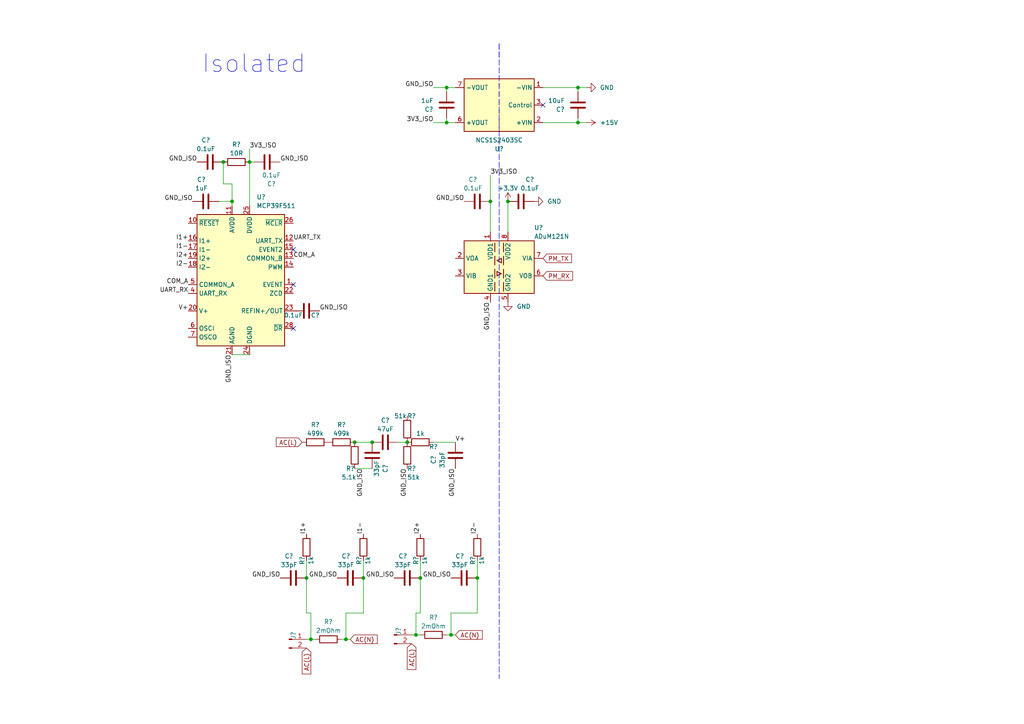
<source format=kicad_sch>
(kicad_sch (version 20211123) (generator eeschema)
  (paper "A4")
  (lib_symbols
    (symbol "C_1" (pin_numbers hide) (pin_names (offset 0.254))
      (property "Reference" "C?" (at 6.35 1.27 90))
      (property "Value" "C_1" (at 3.81 1.27 90))
      (symbol "C_1_0_1"
        (polyline (pts (xy -2.032 -0.762) (xy 2.032 -0.762)) (stroke (width 0.508)))
        (polyline (pts (xy -2.032 0.762) (xy 2.032 0.762)) (stroke (width 0.508)))
      )
      (symbol "C_1_1_1"
        (pin passive line (at 0 3.81 270) (length 2.794) (name "~") (number "1"))
        (pin passive line (at 0 -3.81 90) (length 2.794) (name "~") (number "2"))
      )
    )
    (symbol "Connector:Conn_01x02_Male" (pin_names (offset 1.016) hide)
      (property "Reference" "J?" (at 1.27 -0.6349 90))
      (symbol "Conn_01x02_Male_1_1"
        (polyline (pts (xy 1.27 -2.54) (xy 0.8636 -2.54)) (stroke (width 0.1524)))
        (polyline (pts (xy 1.27 0) (xy 0.8636 0)) (stroke (width 0.1524)))
        (rectangle (start 0.8636 -2.413) (end 0 -2.667) (stroke (width 0.1524)) (fill (type outline)))
        (rectangle (start 0.8636 0.127) (end 0 -0.127) (stroke (width 0.1524)) (fill (type outline)))
        (pin passive line (at 5.08 0 180) (length 3.81) (name "Pin_1") (number "1"))
        (pin passive line (at 5.08 -2.54 180) (length 3.81) (name "Pin_2") (number "2"))
      )
    )
    (symbol "Converter_DCDC:NCS1S2403SC"
      (property "Reference" "U" (at -8.89 8.89 0))
      (property "Value" "NCS1S2403SC" (at 8.89 8.89 0))
      (symbol "NCS1S2403SC_0_1"
        (rectangle (start -10.16 7.62) (end 10.16 -7.62) (stroke (width 0.254)) (fill (type background)))
        (polyline (pts (xy 0 -5.08) (xy 0 -6.35)))
        (polyline (pts (xy 0 -2.54) (xy 0 -3.81)))
        (polyline (pts (xy 0 0) (xy 0 -1.27)))
        (polyline (pts (xy 0 2.54) (xy 0 1.27)))
        (polyline (pts (xy 0 5.08) (xy 0 3.81)))
        (polyline (pts (xy 0 7.62) (xy 0 6.35)))
      )
      (symbol "NCS1S2403SC_1_1"
        (pin power_in line (at -12.7 -5.08 0) (length 2.54) (name "-VIN") (number "1"))
        (pin power_in line (at -12.7 5.08 0) (length 2.54) (name "+VIN") (number "2"))
        (pin input line (at -12.7 0 0) (length 2.54) (name "Control") (number "3"))
        (pin power_out line (at 12.7 5.08 180) (length 2.54) (name "+VOUT") (number "6"))
        (pin power_out line (at 12.7 -5.08 180) (length 2.54) (name "-VOUT") (number "7"))
      )
    )
    (symbol "Device:C" (pin_numbers hide) (pin_names (offset 0.254))
      (property "Reference" "C" (at 0.635 2.54 0))
      (property "Value" "C" (at 0.635 -2.54 0))
      (symbol "C_0_1"
        (polyline (pts (xy -2.032 -0.762) (xy 2.032 -0.762)) (stroke (width 0.508)))
        (polyline (pts (xy -2.032 0.762) (xy 2.032 0.762)) (stroke (width 0.508)))
      )
      (symbol "C_1_1"
        (pin passive line (at 0 3.81 270) (length 2.794) (name "~") (number "1"))
        (pin passive line (at 0 -3.81 90) (length 2.794) (name "~") (number "2"))
      )
    )
    (symbol "Device:R" (pin_numbers hide) (pin_names (offset 0))
      (property "Reference" "R" (at 2.032 0 90))
      (property "Value" "R" (at 0 0 90))
      (symbol "R_0_1"
        (rectangle (start -1.016 -2.54) (end 1.016 2.54) (stroke (width 0.254)))
      )
      (symbol "R_1_1"
        (pin passive line (at 0 3.81 270) (length 1.27) (name "~") (number "1"))
        (pin passive line (at 0 -3.81 90) (length 1.27) (name "~") (number "2"))
      )
    )
    (symbol "Isolator:ADuM121N"
      (property "Reference" "U" (at -10.16 8.89 0))
      (property "Value" "ADuM121N" (at 3.81 8.89 0))
      (symbol "ADuM121N_0_1"
        (rectangle (start -10.16 7.62) (end 10.16 -7.62) (stroke (width 0.254)) (fill (type background)))
        (polyline (pts (xy -1.27 -4.445) (xy -1.27 -6.985)) (stroke (width 0.254)))
        (polyline (pts (xy -1.27 -0.635) (xy -1.27 -3.175)) (stroke (width 0.254)))
        (polyline (pts (xy -1.27 3.175) (xy -1.27 0.635)) (stroke (width 0.254)))
        (polyline (pts (xy -1.27 6.985) (xy -1.27 4.445)) (stroke (width 0.254)))
        (polyline (pts (xy 1.27 -4.445) (xy 1.27 -6.985)) (stroke (width 0.254)))
        (polyline (pts (xy 1.27 -0.635) (xy 1.27 -3.175)) (stroke (width 0.254)))
        (polyline (pts (xy 1.27 3.175) (xy 1.27 0.635)) (stroke (width 0.254)))
        (polyline (pts (xy 1.27 6.985) (xy 1.27 4.445)) (stroke (width 0.254)))
        (polyline (pts (xy -0.635 -1.27) (xy -0.635 -2.54) (xy 0.635 -1.905) (xy -0.635 -1.27)) (stroke (width 0.254)))
        (polyline (pts (xy 0.635 1.27) (xy -0.635 1.905) (xy 0.635 2.54) (xy 0.635 1.27)) (stroke (width 0.254)))
      )
      (symbol "ADuM121N_1_1"
        (pin power_in line (at -2.54 10.16 270) (length 2.54) (name "VDD1") (number "1"))
        (pin output line (at -12.7 2.54 0) (length 2.54) (name "VOA") (number "2"))
        (pin input line (at -12.7 -2.54 0) (length 2.54) (name "VIB") (number "3"))
        (pin power_in line (at -2.54 -10.16 90) (length 2.54) (name "GND1") (number "4"))
        (pin power_in line (at 2.54 -10.16 90) (length 2.54) (name "GND2") (number "5"))
        (pin output line (at 12.7 -2.54 180) (length 2.54) (name "VOB") (number "6"))
        (pin input line (at 12.7 2.54 180) (length 2.54) (name "VIA") (number "7"))
        (pin power_in line (at 2.54 10.16 270) (length 2.54) (name "VDD2") (number "8"))
      )
    )
    (symbol "Power_Supervisor:MCP39F511"
      (property "Reference" "U" (at -11.43 19.05 0))
      (property "Value" "MCP39F511" (at 8.89 19.05 0))
      (symbol "MCP39F511_0_1"
        (rectangle (start -12.7 17.78) (end 12.7 -20.32) (stroke (width 0.254)) (fill (type background)))
      )
      (symbol "MCP39F511_1_1"
        (pin output line (at 15.24 -2.54 180) (length 2.54) (name "EVENT") (number "1"))
        (pin input line (at -15.24 15.24 0) (length 2.54) (name "~{RESET}") (number "10"))
        (pin power_in line (at -2.54 20.32 270) (length 2.54) (name "AVDD") (number "11"))
        (pin output line (at 15.24 10.16 180) (length 2.54) (name "UART_TX") (number "12"))
        (pin input line (at 15.24 5.08 180) (length 2.54) (name "COMMON_B") (number "13"))
        (pin output line (at 15.24 2.54 180) (length 2.54) (name "PWM") (number "14"))
        (pin input line (at 15.24 7.62 180) (length 2.54) (name "EVENT2") (number "15"))
        (pin input line (at -15.24 10.16 0) (length 2.54) (name "I1+") (number "16"))
        (pin input line (at -15.24 7.62 0) (length 2.54) (name "I1-") (number "17"))
        (pin input line (at -15.24 2.54 0) (length 2.54) (name "I2-") (number "18"))
        (pin input line (at -15.24 5.08 0) (length 2.54) (name "I2+") (number "19"))
        (pin no_connect line (at -12.7 12.7 0) (length 2.54) hide (name "NC") (number "2"))
        (pin input line (at -15.24 -10.16 0) (length 2.54) (name "V+") (number "20"))
        (pin power_in line (at -2.54 -22.86 90) (length 2.54) (name "AGND") (number "21"))
        (pin output line (at 15.24 -5.08 180) (length 2.54) (name "ZCD") (number "22"))
        (pin bidirectional line (at 15.24 -10.16 180) (length 2.54) (name "REFIN+/OUT") (number "23"))
        (pin power_in line (at 2.54 -22.86 90) (length 2.54) (name "DGND") (number "24"))
        (pin power_in line (at 2.54 20.32 270) (length 2.54) (name "DVDD") (number "25"))
        (pin input line (at 15.24 15.24 180) (length 2.54) (name "~{MCLR}") (number "26"))
        (pin passive line (at 2.54 -22.86 90) (length 2.54) hide (name "DGND") (number "27"))
        (pin output line (at 15.24 -15.24 180) (length 2.54) (name "~{DR}") (number "28"))
        (pin passive line (at 2.54 -22.86 90) (length 2.54) hide (name "DGND") (number "29"))
        (pin no_connect line (at -12.7 0 0) (length 2.54) hide (name "NC") (number "3"))
        (pin power_in line (at -15.24 -5.08 0) (length 2.54) (name "UART_RX") (number "4"))
        (pin passive line (at -15.24 -2.54 0) (length 2.54) (name "COMMON_A") (number "5"))
        (pin input line (at -15.24 -15.24 0) (length 2.54) (name "OSCI") (number "6"))
        (pin passive line (at -15.24 -17.78 0) (length 2.54) (name "OSCO") (number "7"))
        (pin no_connect line (at 12.7 12.7 180) (length 2.54) hide (name "NC") (number "8"))
        (pin no_connect line (at 12.7 0 180) (length 2.54) hide (name "NC") (number "9"))
      )
    )
    (symbol "R_1" (pin_numbers hide) (pin_names (offset 0))
      (property "Reference" "R?" (at 0 6.35 90))
      (property "Value" "R_1" (at 0 3.81 90))
      (symbol "R_1_0_1"
        (rectangle (start -1.016 -2.54) (end 1.016 2.54) (stroke (width 0.254)))
      )
      (symbol "R_1_1_1"
        (pin passive line (at 0 3.81 270) (length 1.27) (name "~") (number "1"))
        (pin passive line (at 0 -3.81 90) (length 1.27) (name "~") (number "2"))
      )
    )
    (symbol "power:+15V" (power) (pin_names (offset 0))
      (property "Value" "+15V" (at 0 3.556 0))
      (symbol "+15V_0_1"
        (polyline (pts (xy -0.762 1.27) (xy 0 2.54)))
        (polyline (pts (xy 0 0) (xy 0 2.54)))
        (polyline (pts (xy 0 2.54) (xy 0.762 1.27)))
      )
      (symbol "+15V_1_1"
        (pin power_in line (at 0 0 90) (length 0) hide (name "+15V") (number "1"))
      )
    )
    (symbol "power:+3.3V" (power) (pin_names (offset 0))
      (property "Value" "+3.3V" (at 0 3.556 0))
      (symbol "+3.3V_0_1"
        (polyline (pts (xy -0.762 1.27) (xy 0 2.54)))
        (polyline (pts (xy 0 0) (xy 0 2.54)))
        (polyline (pts (xy 0 2.54) (xy 0.762 1.27)))
      )
      (symbol "+3.3V_1_1"
        (pin power_in line (at 0 0 90) (length 0) hide (name "+3.3V") (number "1"))
      )
    )
    (symbol "power:GND" (power) (pin_names (offset 0))
      (property "Value" "GND" (at 0 -3.81 0))
      (symbol "GND_0_1"
        (polyline (pts (xy 0 0) (xy 0 -1.27) (xy 1.27 -1.27) (xy 0 -2.54) (xy -1.27 -1.27) (xy 0 -1.27)))
      )
      (symbol "GND_1_1"
        (pin power_in line (at 0 0 270) (length 0) hide (name "GND") (number "1"))
      )
    )
  )
  (junction (at 130.81 184.15))
  (junction (at 138.43 167.64))
  (junction (at 167.64 35.56))
  (junction (at 129.54 35.56))
  (junction (at 118.11 128.27))
  (junction (at 107.95 128.27))
  (junction (at 90.17 185.42))
  (junction (at 129.54 25.4))
  (junction (at 121.92 167.64))
  (junction (at 142.24 58.42))
  (junction (at 88.9 167.64))
  (junction (at 147.32 58.42))
  (junction (at 64.77 46.99))
  (junction (at 120.65 184.15))
  (junction (at 105.41 167.64))
  (junction (at 167.64 25.4))
  (junction (at 102.87 128.27))
  (junction (at 100.33 185.42))
  (junction (at 72.39 46.99))
  (junction (at 67.31 58.42))
  (no_connect (at 85.09 82.55))
  (no_connect (at 85.09 95.25))
  (no_connect (at 157.48 30.48))
  (no_connect (at 85.09 72.39))
  (wire (pts (xy 64.77 46.99) (xy 64.77 53.34)))
  (wire (pts (xy 130.81 177.8) (xy 130.81 184.15)))
  (wire (pts (xy 120.65 177.8) (xy 120.65 184.15)))
  (wire (pts (xy 167.64 25.4) (xy 157.48 25.4)))
  (wire (pts (xy 129.54 35.56) (xy 129.54 34.29)))
  (wire (pts (xy 132.08 184.15) (xy 130.81 184.15)))
  (wire (pts (xy 100.33 177.8) (xy 100.33 185.42)))
  (wire (pts (xy 147.32 58.42) (xy 147.32 67.31)))
  (wire (pts (xy 142.24 50.8) (xy 142.24 58.42)))
  (wire (pts (xy 64.77 53.34) (xy 67.31 53.34)))
  (wire (pts (xy 63.5 58.42) (xy 67.31 58.42)))
  (wire (pts (xy 101.6 185.42) (xy 100.33 185.42)))
  (polyline (pts (xy 144.78 12.7) (xy 144.78 196.85)))
  (wire (pts (xy 167.64 35.56) (xy 157.48 35.56)))
  (wire (pts (xy 88.9 167.64) (xy 88.9 177.8)))
  (wire (pts (xy 120.65 184.15) (xy 119.38 184.15)))
  (wire (pts (xy 102.87 128.27) (xy 107.95 128.27)))
  (wire (pts (xy 121.92 167.64) (xy 121.92 177.8)))
  (wire (pts (xy 102.87 135.89) (xy 107.95 135.89)))
  (wire (pts (xy 129.54 25.4) (xy 132.08 25.4)))
  (wire (pts (xy 167.64 35.56) (xy 167.64 34.29)))
  (wire (pts (xy 121.92 177.8) (xy 120.65 177.8)))
  (wire (pts (xy 121.92 167.64) (xy 121.92 162.56)))
  (wire (pts (xy 67.31 58.42) (xy 67.31 59.69)))
  (wire (pts (xy 88.9 167.64) (xy 88.9 162.56)))
  (wire (pts (xy 91.44 185.42) (xy 90.17 185.42)))
  (wire (pts (xy 130.81 184.15) (xy 129.54 184.15)))
  (wire (pts (xy 125.73 128.27) (xy 132.08 128.27)))
  (wire (pts (xy 90.17 185.42) (xy 90.17 177.8)))
  (wire (pts (xy 100.33 185.42) (xy 99.06 185.42)))
  (wire (pts (xy 138.43 167.64) (xy 138.43 177.8)))
  (wire (pts (xy 90.17 185.42) (xy 88.9 185.42)))
  (wire (pts (xy 138.43 177.8) (xy 130.81 177.8)))
  (wire (pts (xy 170.18 25.4) (xy 167.64 25.4)))
  (wire (pts (xy 125.73 25.4) (xy 129.54 25.4)))
  (wire (pts (xy 129.54 26.67) (xy 129.54 25.4)))
  (wire (pts (xy 72.39 43.18) (xy 72.39 46.99)))
  (wire (pts (xy 105.41 177.8) (xy 100.33 177.8)))
  (wire (pts (xy 73.66 46.99) (xy 72.39 46.99)))
  (wire (pts (xy 142.24 58.42) (xy 142.24 67.31)))
  (wire (pts (xy 167.64 26.67) (xy 167.64 25.4)))
  (wire (pts (xy 138.43 167.64) (xy 138.43 162.56)))
  (wire (pts (xy 105.41 167.64) (xy 105.41 162.56)))
  (wire (pts (xy 72.39 46.99) (xy 72.39 59.69)))
  (wire (pts (xy 67.31 102.87) (xy 72.39 102.87)))
  (wire (pts (xy 129.54 35.56) (xy 132.08 35.56)))
  (polyline (pts (xy 144.78 12.7) (xy 144.78 16.51)))
  (wire (pts (xy 121.92 184.15) (xy 120.65 184.15)))
  (wire (pts (xy 105.41 167.64) (xy 105.41 177.8)))
  (wire (pts (xy 125.73 35.56) (xy 129.54 35.56)))
  (wire (pts (xy 170.18 35.56) (xy 167.64 35.56)))
  (wire (pts (xy 115.57 128.27) (xy 118.11 128.27)))
  (wire (pts (xy 67.31 53.34) (xy 67.31 58.42)))
  (wire (pts (xy 88.9 177.8) (xy 90.17 177.8)))
  (text "Isolated" (at 58.42 21.59 0) (effects (font (size 5.08 5.08)) (justify left bottom)))
  (label "I2-" (at 54.61 77.47 180))
  (label "GND_ISO" (at 92.71 90.17 0))
  (label "GND_ISO" (at 118.11 135.89 270))
  (label "GND_ISO" (at 97.79 167.64 180))
  (label "V+" (at 54.61 90.17 180))
  (label "GND_ISO" (at 134.62 58.42 180))
  (label "COM_A" (at 54.61 82.55 180))
  (label "GND_ISO" (at 81.28 167.64 180))
  (label "GND_ISO" (at 132.08 135.89 270))
  (label "3V3_ISO" (at 72.39 43.18 0))
  (label "GND_ISO" (at 67.31 102.87 270))
  (label "I2+" (at 121.92 154.94 90))
  (label "GND_ISO" (at 142.24 87.63 270))
  (label "I1+" (at 54.61 69.85 180))
  (label "I1-" (at 105.41 154.94 90))
  (label "V+" (at 132.08 128.27 0))
  (label "3V3_ISO" (at 142.24 50.8 0))
  (label "GND_ISO" (at 105.41 135.89 270))
  (label "I1-" (at 54.61 72.39 180))
  (label "I2-" (at 138.43 154.94 90))
  (label "GND_ISO" (at 125.73 25.4 180))
  (label "UART_RX" (at 54.61 85.09 180))
  (label "GND_ISO" (at 55.88 58.42 180))
  (label "COM_A" (at 85.09 74.93 0))
  (label "GND_ISO" (at 81.28 46.99 0))
  (label "3V3_ISO" (at 125.73 35.56 180))
  (label "I1+" (at 88.9 154.94 90))
  (label "UART_TX" (at 85.09 69.85 0))
  (label "GND_ISO" (at 130.81 167.64 180))
  (label "I2+" (at 54.61 74.93 180))
  (label "GND_ISO" (at 114.3 167.64 180))
  (label "GND_ISO" (at 57.15 46.99 180))
  (global_label "AC(L)" (shape input) (at 119.38 186.69 270) (property "Intersheet References" "${INTERSHEET_REFS}" (effects hide)))
  (global_label "PM_TX" (shape input) (at 157.48 74.93 0) (property "Intersheet References" "${INTERSHEET_REFS}" (effects hide)))
  (global_label "AC(L)" (shape input) (at 88.9 187.96 270) (property "Intersheet References" "${INTERSHEET_REFS}" (effects hide)))
  (global_label "PM_RX" (shape input) (at 157.48 80.01 0) (property "Intersheet References" "${INTERSHEET_REFS}" (effects hide)))
  (global_label "AC(L)" (shape input) (at 87.63 128.27 180) (property "Intersheet References" "${INTERSHEET_REFS}" (effects hide)))
  (global_label "AC(N)" (shape input) (at 132.08 184.15 0) (property "Intersheet References" "${INTERSHEET_REFS}" (effects hide)))
  (global_label "AC(N)" (shape input) (at 101.6 185.42 0) (property "Intersheet References" "${INTERSHEET_REFS}" (effects hide)))
  (symbol (lib_id "Device:C") (at 60.96 46.99 90) (unit 1)
    (property "Reference" "C?" (at 59.69 40.64 90))
    (property "Value" "0.1uF" (at 59.69 43.18 90))
    (property "Footprint" "Capacitor_SMD:C_0402_1005Metric" (effects hide))
  )
  (symbol (lib_id "Device:R") (at 105.41 158.75 180) (unit 1)
    (property "Reference" "R?" (at 104.14 162.56 90))
    (property "Value" "1k" (at 106.68 162.56 90))
    (property "Footprint" "Resistor_SMD:R_0603_1608Metric" (effects hide))
  )
  (symbol (lib_id "Device:C") (at 59.69 58.42 90) (unit 1)
    (property "Reference" "C?" (at 58.42 52.07 90))
    (property "Value" "1uF" (at 58.42 54.61 90))
    (property "Footprint" "Capacitor_SMD:C_0402_1005Metric" (effects hide))
  )
  (symbol (lib_id "Device:R") (at 88.9 158.75 180) (unit 1)
    (property "Reference" "R?" (at 87.63 162.56 90))
    (property "Value" "1k" (at 90.17 162.56 90))
    (property "Footprint" "Resistor_SMD:R_0603_1608Metric" (effects hide))
  )
  (symbol (lib_id "power:GND") (at 170.18 25.4 90) (unit 1)
    (property "Reference" "#PWR?" (effects hide))
    (property "Value" "GND" (at 173.99 25.4001 90) (effects (justify right)))
  )
  (symbol (lib_name "C_1") (lib_id "Device:C") (at 85.09 167.64 90) (unit 1)
    (property "Reference" "C?" (at 83.82 161.29 90))
    (property "Value" "33pF" (at 83.82 163.83 90))
    (property "Footprint" "Capacitor_SMD:C_0805_2012Metric" (effects hide))
    (property "Link" "https://www.digikey.com/en/products/detail/yageo/CC0805JRNPOBBN330/5884079" (effects hide))
  )
  (symbol (lib_id "Device:R") (at 138.43 158.75 180) (unit 1)
    (property "Reference" "R?" (at 137.16 162.56 90))
    (property "Value" "1k" (at 139.7 162.56 90))
    (property "Footprint" "Resistor_SMD:R_0603_1608Metric" (effects hide))
  )
  (symbol (lib_id "Device:R") (at 121.92 128.27 90) (unit 1)
    (property "Reference" "R?" (at 125.73 129.54 90))
    (property "Value" "1k" (at 121.92 125.73 90))
  )
  (symbol (lib_id "Device:R") (at 68.58 46.99 90) (unit 1)
    (property "Reference" "R?" (at 68.58 41.91 90))
    (property "Value" "10R" (at 68.58 44.45 90))
  )
  (symbol (lib_name "C_1") (lib_id "Device:C") (at 134.62 167.64 90) (unit 1)
    (property "Reference" "C?" (at 133.35 161.29 90))
    (property "Value" "33pF" (at 133.35 163.83 90))
    (property "Footprint" "Capacitor_SMD:C_0805_2012Metric" (effects hide))
    (property "Link" "https://www.digikey.com/en/products/detail/yageo/CC0805JRNPOBBN330/5884079" (effects hide))
  )
  (symbol (lib_id "Device:C") (at 88.9 90.17 270) (unit 1)
    (property "Reference" "C?" (at 91.44 91.44 90))
    (property "Value" "0.1uF" (at 85.09 91.44 90))
    (property "Footprint" "Capacitor_SMD:C_0402_1005Metric" (effects hide))
  )
  (symbol (lib_id "Device:R") (at 121.92 158.75 180) (unit 1)
    (property "Reference" "R?" (at 120.65 162.56 90))
    (property "Value" "1k" (at 123.19 162.56 90))
    (property "Footprint" "Resistor_SMD:R_0603_1608Metric" (effects hide))
  )
  (symbol (lib_id "Device:C") (at 77.47 46.99 270) (unit 1)
    (property "Reference" "C?" (at 78.74 53.34 90))
    (property "Value" "0.1uF" (at 78.74 50.8 90))
    (property "Footprint" "Capacitor_SMD:C_0402_1005Metric" (effects hide))
  )
  (symbol (lib_name "C_1") (lib_id "Device:C") (at 107.95 132.08 180) (unit 1)
    (property "Reference" "C?" (at 111.76 135.89 90))
    (property "Value" "33pF" (at 109.22 135.89 90))
    (property "Footprint" "Capacitor_SMD:C_0805_2012Metric" (effects hide))
    (property "Link" "https://www.digikey.com/en/products/detail/yageo/CC0805JRNPOBBN330/5884079" (effects hide))
  )
  (symbol (lib_id "Device:R") (at 118.11 132.08 0) (unit 1)
    (property "Reference" "R?" (at 118.11 135.89 0) (effects (justify left)))
    (property "Value" "51k" (at 118.11 138.43 0) (effects (justify left)))
  )
  (symbol (lib_id "power:+3.3V") (at 147.32 58.42 0) (unit 1)
    (property "Reference" "#PWR?" (effects hide))
    (property "Value" "+3.3V" (at 147.32 54.61 0))
  )
  (symbol (lib_id "power:GND") (at 154.94 58.42 90) (unit 1)
    (property "Reference" "#PWR?" (effects hide))
    (property "Value" "GND" (at 158.75 58.4199 90) (effects (justify right)))
  )
  (symbol (lib_name "C_1") (lib_id "Device:C") (at 132.08 132.08 180) (unit 1)
    (property "Reference" "C?" (at 125.73 133.35 90))
    (property "Value" "33pF" (at 128.27 133.35 90))
    (property "Footprint" "Capacitor_SMD:C_0805_2012Metric" (effects hide))
    (property "Link" "https://www.digikey.com/en/products/detail/yageo/CC0805JRNPOBBN330/5884079" (effects hide))
  )
  (symbol (lib_name "C_1") (lib_id "Device:C") (at 118.11 167.64 90) (unit 1)
    (property "Reference" "C?" (at 116.84 161.29 90))
    (property "Value" "33pF" (at 116.84 163.83 90))
    (property "Footprint" "Capacitor_SMD:C_0805_2012Metric" (effects hide))
    (property "Link" "https://www.digikey.com/en/products/detail/yageo/CC0805JRNPOBBN330/5884079" (effects hide))
  )
  (symbol (lib_id "power:GND") (at 147.32 87.63 0) (unit 1)
    (property "Reference" "#PWR?" (effects hide))
    (property "Value" "GND" (at 149.86 88.8999 0) (effects (justify left)))
  )
  (symbol (lib_id "power:+15V") (at 170.18 35.56 270) (unit 1)
    (property "Reference" "#PWR?" (effects hide))
    (property "Value" "+15V" (at 173.99 35.5601 90) (effects (justify left)))
  )
  (symbol (lib_id "Device:R") (at 99.06 128.27 90) (unit 1)
    (property "Reference" "R?" (at 99.06 123.19 90))
    (property "Value" "499k" (at 99.06 125.73 90))
  )
  (symbol (lib_id "Connector:Conn_01x02_Male") (at 83.82 185.42 0) (unit 1)
    (property "Reference" "J?" (at 85.09 185.42 90) (effects (justify left)))
    (property "Value" "Conn_01x02_Male" (effects hide))
    (property "Footprint" "Connector:Connector_Metz_AST_2POS_P5.0mm" (effects hide))
    (property "Link" "https://www.digikey.com/en/products/detail/metz-connect-usa-inc/AST0450204/9826644" (effects hide))
  )
  (symbol (lib_id "Device:C") (at 111.76 128.27 90) (unit 1)
    (property "Reference" "C?" (at 111.76 121.92 90))
    (property "Value" "47uF" (at 111.76 124.46 90))
  )
  (symbol (lib_id "Isolator:ADuM121N") (at 144.78 77.47 0) (unit 1)
    (property "Reference" "U?" (at 156.21 66.04 0))
    (property "Value" "ADuM121N" (at 160.02 68.58 0))
    (property "Footprint" "Package_SO:SOIC-8_3.9x4.9mm_P1.27mm" (effects hide))
    (property "Datasheet" "https://www.analog.com/media/en/technical-documentation/data-sheets/ADuM120N_121N.pdf" (effects hide))
    (property "Link" "https://www.digikey.com/en/products/detail/analog-devices-inc/ADUM121N1WBRZ-RL7/6057011" (effects hide))
  )
  (symbol (lib_id "Device:C") (at 167.64 30.48 180) (unit 1)
    (property "Reference" "C?" (at 163.83 31.7501 0) (effects (justify left)))
    (property "Value" "10uF" (at 163.83 29.2101 0) (effects (justify left)))
  )
  (symbol (lib_name "R_1") (lib_id "Device:R") (at 95.25 185.42 90) (unit 1)
    (property "Reference" "R?" (at 95.25 180.34 90))
    (property "Value" "2mOhm" (at 95.25 182.88 90))
    (property "Link" "https://www.digikey.com/en/products/detail/thin-film-technology-corp/D1MPC0612QR002FF-T5/16735433" (effects hide))
  )
  (symbol (lib_name "R_1") (lib_id "Device:R") (at 125.73 184.15 90) (unit 1)
    (property "Reference" "R?" (at 125.73 179.07 90))
    (property "Value" "2mOhm" (at 125.73 181.61 90))
    (property "Link" "https://www.digikey.com/en/products/detail/thin-film-technology-corp/D1MPC0612QR002FF-T5/16735433" (effects hide))
  )
  (symbol (lib_id "Connector:Conn_01x02_Male") (at 114.3 184.15 0) (unit 1)
    (property "Reference" "J?" (at 115.57 184.15 90) (effects (justify left)))
    (property "Value" "Conn_01x02_Male" (effects hide))
    (property "Footprint" "Connector:Connector_Metz_AST_2POS_P5.0mm" (effects hide))
    (property "Link" "https://www.digikey.com/en/products/detail/metz-connect-usa-inc/AST0450204/9826644" (effects hide))
  )
  (symbol (lib_id "Device:R") (at 91.44 128.27 90) (unit 1)
    (property "Reference" "R?" (at 91.44 123.19 90))
    (property "Value" "499k" (at 91.44 125.73 90))
  )
  (symbol (lib_id "Power_Supervisor:MCP39F511") (at 69.85 80.01 0) (unit 1)
    (property "Reference" "U?" (at 74.4094 57.15 0) (effects (justify left)))
    (property "Value" "MCP39F511" (at 74.4094 59.69 0) (effects (justify left)))
    (property "Footprint" "Package_DFN_QFN:QFN-28-1EP_5x5mm_P0.5mm_EP3.35x3.35mm" (effects hide))
    (property "Datasheet" "https://ww1.microchip.com/downloads/aemDocuments/documents/OTH/ProductDocuments/DataSheets/20005473B.pdf" (effects hide))
    (property "Link" "https://www.digikey.com/en/products/detail/microchip-technology/MCP39F511N-E-MQ/5810591?s=N4IgjCBcoOwGwE4qgMZQGYEMA2BnApgDQgD2UA2iAEwAMVcVMIAusQA4AuUIAyhwE4BLAHYBzEAF9iMGDWQg0kLHiKkK1AKw0YADhbsukXgJHipIALRV5igQFdVZSJQ0tzFpNAVR7j9RGYJc2tnEDYSAHd8fgACAFsSYUEOEn43IA" (effects hide))
  )
  (symbol (lib_id "Device:R") (at 102.87 132.08 180) (unit 1)
    (property "Reference" "R?" (at 100.33 135.89 0) (effects (justify right)))
    (property "Value" "5.1k" (at 99.06 138.43 0) (effects (justify right)))
  )
  (symbol (lib_name "C_1") (lib_id "Device:C") (at 101.6 167.64 90) (unit 1)
    (property "Reference" "C?" (at 100.33 161.29 90))
    (property "Value" "33pF" (at 100.33 163.83 90))
    (property "Footprint" "Capacitor_SMD:C_0805_2012Metric" (effects hide))
    (property "Link" "https://www.digikey.com/en/products/detail/yageo/CC0805JRNPOBBN330/5884079" (effects hide))
  )
  (symbol (lib_id "Device:C") (at 151.13 58.42 90) (unit 1)
    (property "Reference" "C?" (at 153.67 52.07 90))
    (property "Value" "0.1uF" (at 153.67 54.61 90))
    (property "Footprint" "Capacitor_SMD:C_0402_1005Metric" (effects hide))
  )
  (symbol (lib_id "Converter_DCDC:NCS1S2403SC") (at 144.78 30.48 180) (unit 1)
    (property "Reference" "U?" (at 144.78 43.18 0))
    (property "Value" "NCS1S2403SC" (at 144.78 40.64 0))
    (property "Footprint" "Converter_DCDC:Converter_DCDC_Murata_NCS1SxxxxSC_THT" (effects hide))
    (property "Datasheet" "https://power.murata.com/data/power/ncl/kdc_ncs1.pdf" (effects hide))
    (property "Link" "https://www.digikey.com/en/products/detail/murata-power-solutions-inc/NCS1S2403SC/4738800" (effects hide))
  )
  (symbol (lib_id "Device:R") (at 118.11 124.46 180) (unit 1)
    (property "Reference" "R?" (at 118.11 120.65 0) (effects (justify right)))
    (property "Value" "51k" (at 114.3 120.65 0) (effects (justify right)))
  )
  (symbol (lib_id "Device:C") (at 129.54 30.48 180) (unit 1)
    (property "Reference" "C?" (at 125.73 31.7501 0) (effects (justify left)))
    (property "Value" "1uF" (at 125.73 29.2101 0) (effects (justify left)))
  )
  (symbol (lib_id "Device:C") (at 138.43 58.42 90) (unit 1)
    (property "Reference" "C?" (at 137.16 52.07 90))
    (property "Value" "0.1uF" (at 137.16 54.61 90))
    (property "Footprint" "Capacitor_SMD:C_0402_1005Metric" (effects hide))
  )
)
</source>
